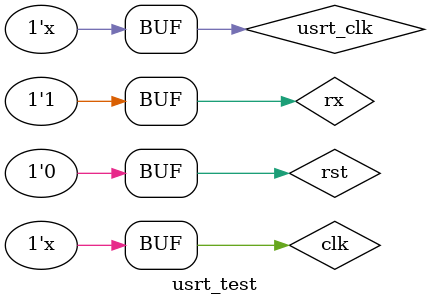
<source format=v>
`timescale 1ns / 1ps


module usrt_test;

    // Inputs
    reg rx;
    reg usrt_clk;
    reg clk;
    reg rst;

    // Outputs
    wire rdy;
    wire [7:0] data;

    // Instantiate the Unit Under Test (UUT)
    usrt_rec uut (
        .rx(rx), 
        .usrt_clk(usrt_clk), 
        .clk(clk), 
        .rst(rst), 
        .rdy(rdy), 
        .data(data)
    );

    initial begin
        // Initialize Inputs
        rx = 0;
        usrt_clk = 0;
        clk = 0;
        rst = 1;

        // Wait 100 ns for global reset to finish
        #100;
        
        // Add stimulus here
        rst = 0;
        #10;
        
        #20;
        rx = 1;
        #20;
        rx = 1;
        #20;
        rx = 0;
        #20;
        rx = 1;
        #20;
        rx = 0;
        #20;
        rx = 1;
        #20;
        rx = 0;
        #20;
        rx = 1;
        #20;
        rx = 0;
        #20;
        rx = 1;
        #20;
        rx = 0;
        #20;
        rx = 1;
        #20;
        rx = 1;
        #20;
        rx = 1;
        #20;
        rx = 1;

    end
    
        always #5
        clk <= ~clk;
        
        always #10
        usrt_clk <= ~usrt_clk;
        
        
      
endmodule


</source>
